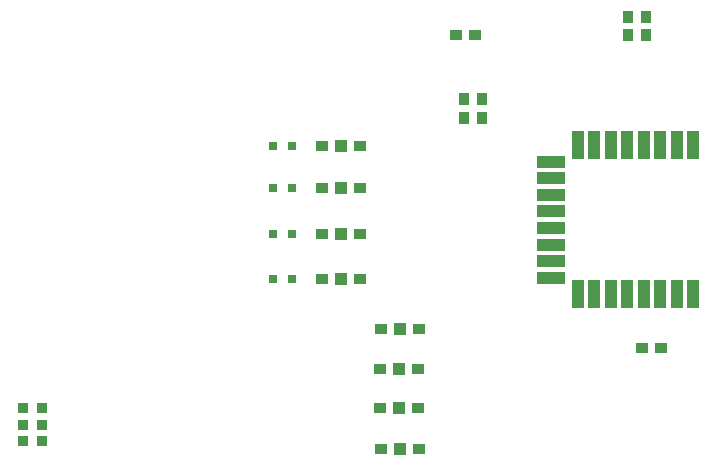
<source format=gtp>
G04 Layer_Color=8421504*
%FSLAX25Y25*%
%MOIN*%
G70*
G01*
G75*
%ADD10R,0.03740X0.03937*%
%ADD11R,0.03937X0.09646*%
%ADD12R,0.09646X0.03937*%
%ADD13R,0.03937X0.03740*%
%ADD14R,0.03937X0.03937*%
%ADD15R,0.03150X0.03150*%
%ADD16R,0.03740X0.03543*%
D10*
X283000Y168350D02*
D03*
Y174650D02*
D03*
X289000Y168350D02*
D03*
Y174650D02*
D03*
X228500Y147150D02*
D03*
Y140850D02*
D03*
X234500Y147150D02*
D03*
Y140850D02*
D03*
D11*
X304925Y131693D02*
D03*
X299413D02*
D03*
X293902D02*
D03*
X288390D02*
D03*
X282878D02*
D03*
X277366D02*
D03*
X271854D02*
D03*
X266342D02*
D03*
Y82126D02*
D03*
X271854D02*
D03*
X277366D02*
D03*
X282878D02*
D03*
X288390D02*
D03*
X293902D02*
D03*
X299413D02*
D03*
X304925D02*
D03*
D12*
X257307Y126201D02*
D03*
Y120689D02*
D03*
Y115177D02*
D03*
Y109665D02*
D03*
Y104154D02*
D03*
Y98642D02*
D03*
Y93130D02*
D03*
Y87618D02*
D03*
D13*
X232150Y168500D02*
D03*
X225850D02*
D03*
X294150Y64000D02*
D03*
X287850D02*
D03*
X200701Y30500D02*
D03*
X213299Y30500D02*
D03*
X200575Y57000D02*
D03*
X213173Y57000D02*
D03*
X200575Y44000D02*
D03*
X213173Y44000D02*
D03*
X200701Y70500D02*
D03*
X213299Y70500D02*
D03*
X193799Y131500D02*
D03*
X181201Y131500D02*
D03*
X193799Y117500D02*
D03*
X181201Y117500D02*
D03*
X193799Y102000D02*
D03*
X181201Y102000D02*
D03*
X193799Y87000D02*
D03*
X181201Y87000D02*
D03*
D14*
X207000Y30500D02*
D03*
X206874Y57000D02*
D03*
X206874Y44000D02*
D03*
X207000Y70500D02*
D03*
X187500Y131500D02*
D03*
Y117500D02*
D03*
Y102000D02*
D03*
Y87000D02*
D03*
D15*
X164850Y131500D02*
D03*
X171150D02*
D03*
X164850Y117500D02*
D03*
X171150D02*
D03*
X164850Y102000D02*
D03*
X171150D02*
D03*
X164850Y87000D02*
D03*
X171150D02*
D03*
D16*
X87650Y44000D02*
D03*
X81350Y44000D02*
D03*
X87650Y38500D02*
D03*
X81350D02*
D03*
X87650Y33000D02*
D03*
X81350D02*
D03*
M02*

</source>
